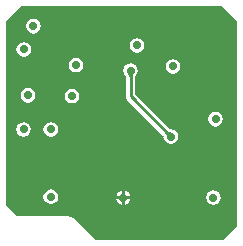
<source format=gbl>
G04*
G04 #@! TF.GenerationSoftware,Altium Limited,Altium Designer,20.1.14 (287)*
G04*
G04 Layer_Physical_Order=4*
G04 Layer_Color=16711680*
%FSLAX25Y25*%
%MOIN*%
G70*
G04*
G04 #@! TF.SameCoordinates,9836355C-B803-4AE6-937A-367240942F31*
G04*
G04*
G04 #@! TF.FilePolarity,Positive*
G04*
G01*
G75*
%ADD43C,0.01000*%
%ADD44C,0.02800*%
G36*
X298600Y454800D02*
Y386500D01*
X293800Y381700D01*
X251496D01*
X244598Y388598D01*
X244598Y388598D01*
X243896Y389137D01*
X243078Y389476D01*
X242200Y389591D01*
X225209D01*
X221391Y393409D01*
X221391Y454695D01*
X226496Y459800D01*
X293600D01*
X298600Y454800D01*
D02*
G37*
%LPC*%
G36*
X230600Y455447D02*
X229664Y455261D01*
X228870Y454730D01*
X228339Y453936D01*
X228153Y453000D01*
X228339Y452064D01*
X228870Y451270D01*
X229664Y450739D01*
X230600Y450553D01*
X231536Y450739D01*
X232330Y451270D01*
X232861Y452064D01*
X233047Y453000D01*
X232861Y453936D01*
X232330Y454730D01*
X231536Y455261D01*
X230600Y455447D01*
D02*
G37*
G36*
X265100Y449047D02*
X264164Y448861D01*
X263370Y448330D01*
X262839Y447536D01*
X262653Y446600D01*
X262839Y445664D01*
X263370Y444870D01*
X264164Y444339D01*
X265100Y444153D01*
X266036Y444339D01*
X266830Y444870D01*
X267361Y445664D01*
X267547Y446600D01*
X267361Y447536D01*
X266830Y448330D01*
X266036Y448861D01*
X265100Y449047D01*
D02*
G37*
G36*
X227400Y447747D02*
X226464Y447561D01*
X225670Y447030D01*
X225139Y446236D01*
X224953Y445300D01*
X225139Y444364D01*
X225670Y443570D01*
X226464Y443039D01*
X227400Y442853D01*
X228336Y443039D01*
X229130Y443570D01*
X229661Y444364D01*
X229847Y445300D01*
X229661Y446236D01*
X229130Y447030D01*
X228336Y447561D01*
X227400Y447747D01*
D02*
G37*
G36*
X244739Y442547D02*
X243803Y442361D01*
X243009Y441830D01*
X242479Y441036D01*
X242292Y440100D01*
X242479Y439164D01*
X243009Y438370D01*
X243803Y437839D01*
X244739Y437653D01*
X245676Y437839D01*
X246470Y438370D01*
X247000Y439164D01*
X247186Y440100D01*
X247000Y441036D01*
X246470Y441830D01*
X245676Y442361D01*
X244739Y442547D01*
D02*
G37*
G36*
X277100Y442047D02*
X276164Y441861D01*
X275370Y441330D01*
X274839Y440536D01*
X274653Y439600D01*
X274839Y438664D01*
X275370Y437870D01*
X276164Y437339D01*
X277100Y437153D01*
X278036Y437339D01*
X278830Y437870D01*
X279361Y438664D01*
X279547Y439600D01*
X279361Y440536D01*
X278830Y441330D01*
X278036Y441861D01*
X277100Y442047D01*
D02*
G37*
G36*
X228800Y432447D02*
X227864Y432261D01*
X227070Y431730D01*
X226539Y430936D01*
X226353Y430000D01*
X226539Y429064D01*
X227070Y428270D01*
X227864Y427739D01*
X228800Y427553D01*
X229736Y427739D01*
X230530Y428270D01*
X231061Y429064D01*
X231247Y430000D01*
X231061Y430936D01*
X230530Y431730D01*
X229736Y432261D01*
X228800Y432447D01*
D02*
G37*
G36*
X243500Y432147D02*
X242564Y431961D01*
X241770Y431430D01*
X241239Y430636D01*
X241053Y429700D01*
X241239Y428764D01*
X241770Y427970D01*
X242564Y427439D01*
X243500Y427253D01*
X244436Y427439D01*
X245230Y427970D01*
X245761Y428764D01*
X245947Y429700D01*
X245761Y430636D01*
X245230Y431430D01*
X244436Y431961D01*
X243500Y432147D01*
D02*
G37*
G36*
X291300Y424447D02*
X290364Y424261D01*
X289570Y423730D01*
X289039Y422936D01*
X288853Y422000D01*
X289039Y421064D01*
X289570Y420270D01*
X290364Y419739D01*
X291300Y419553D01*
X292236Y419739D01*
X293030Y420270D01*
X293561Y421064D01*
X293747Y422000D01*
X293561Y422936D01*
X293030Y423730D01*
X292236Y424261D01*
X291300Y424447D01*
D02*
G37*
G36*
X236400Y421068D02*
X235464Y420881D01*
X234670Y420351D01*
X234139Y419557D01*
X233953Y418621D01*
X234139Y417684D01*
X234670Y416890D01*
X235464Y416360D01*
X236400Y416174D01*
X237336Y416360D01*
X238130Y416890D01*
X238661Y417684D01*
X238847Y418621D01*
X238661Y419557D01*
X238130Y420351D01*
X237336Y420881D01*
X236400Y421068D01*
D02*
G37*
G36*
X227345D02*
X226408Y420881D01*
X225615Y420351D01*
X225084Y419557D01*
X224898Y418621D01*
X225084Y417684D01*
X225615Y416890D01*
X226408Y416360D01*
X227345Y416174D01*
X228281Y416360D01*
X229075Y416890D01*
X229606Y417684D01*
X229792Y418621D01*
X229606Y419557D01*
X229075Y420351D01*
X228281Y420881D01*
X227345Y421068D01*
D02*
G37*
G36*
X263000Y440647D02*
X262064Y440461D01*
X261270Y439930D01*
X260739Y439136D01*
X260553Y438200D01*
X260739Y437264D01*
X261270Y436470D01*
X261364Y436407D01*
X261376Y436392D01*
X261402Y436355D01*
X261422Y436320D01*
X261438Y436284D01*
X261452Y436247D01*
X261463Y436207D01*
X261471Y436169D01*
Y429600D01*
X261587Y429015D01*
X261919Y428519D01*
X273883Y416555D01*
X273904Y416523D01*
X273925Y416486D01*
X273941Y416451D01*
X273955Y416414D01*
X273965Y416374D01*
X273973Y416330D01*
X273975Y416312D01*
X273953Y416200D01*
X274139Y415264D01*
X274670Y414470D01*
X275464Y413939D01*
X276400Y413753D01*
X277336Y413939D01*
X278130Y414470D01*
X278661Y415264D01*
X278847Y416200D01*
X278661Y417136D01*
X278130Y417930D01*
X277336Y418461D01*
X276400Y418647D01*
X276288Y418625D01*
X276270Y418627D01*
X276226Y418635D01*
X276186Y418645D01*
X276150Y418659D01*
X276114Y418675D01*
X276078Y418696D01*
X276045Y418717D01*
X264529Y430233D01*
Y436169D01*
X264537Y436207D01*
X264548Y436247D01*
X264562Y436284D01*
X264578Y436320D01*
X264598Y436355D01*
X264624Y436392D01*
X264636Y436407D01*
X264730Y436470D01*
X265261Y437264D01*
X265447Y438200D01*
X265261Y439136D01*
X264730Y439930D01*
X263936Y440461D01*
X263000Y440647D01*
D02*
G37*
G36*
X261100Y398216D02*
Y396369D01*
X262948D01*
X262861Y396805D01*
X262330Y397599D01*
X261536Y398130D01*
X261100Y398216D01*
D02*
G37*
G36*
X260100D02*
X259664Y398130D01*
X258870Y397599D01*
X258339Y396805D01*
X258252Y396369D01*
X260100D01*
Y398216D01*
D02*
G37*
G36*
X236400Y398627D02*
X235464Y398440D01*
X234670Y397910D01*
X234139Y397116D01*
X233953Y396180D01*
X234139Y395243D01*
X234670Y394449D01*
X235464Y393919D01*
X236400Y393733D01*
X237336Y393919D01*
X238130Y394449D01*
X238661Y395243D01*
X238847Y396180D01*
X238661Y397116D01*
X238130Y397910D01*
X237336Y398440D01*
X236400Y398627D01*
D02*
G37*
G36*
X262948Y395369D02*
X261100D01*
Y393521D01*
X261536Y393608D01*
X262330Y394139D01*
X262861Y394932D01*
X262948Y395369D01*
D02*
G37*
G36*
X260100D02*
X258252D01*
X258339Y394932D01*
X258870Y394139D01*
X259664Y393608D01*
X260100Y393521D01*
Y395369D01*
D02*
G37*
G36*
X290600Y398316D02*
X289664Y398130D01*
X288870Y397599D01*
X288339Y396805D01*
X288153Y395869D01*
X288339Y394932D01*
X288870Y394139D01*
X289664Y393608D01*
X290600Y393422D01*
X291536Y393608D01*
X292330Y394139D01*
X292861Y394932D01*
X293047Y395869D01*
X292861Y396805D01*
X292330Y397599D01*
X291536Y398130D01*
X290600Y398316D01*
D02*
G37*
%LPD*%
G36*
X263889Y437104D02*
X263807Y437004D01*
X263735Y436899D01*
X263673Y436791D01*
X263620Y436678D01*
X263577Y436561D01*
X263543Y436440D01*
X263519Y436315D01*
X263505Y436186D01*
X263500Y436052D01*
X262500D01*
X262495Y436186D01*
X262481Y436315D01*
X262457Y436440D01*
X262423Y436561D01*
X262380Y436678D01*
X262327Y436791D01*
X262265Y436899D01*
X262193Y437004D01*
X262111Y437104D01*
X262020Y437200D01*
X263980D01*
X263889Y437104D01*
D02*
G37*
G36*
X275333Y417981D02*
X275434Y417900D01*
X275540Y417829D01*
X275649Y417767D01*
X275762Y417715D01*
X275879Y417672D01*
X276000Y417640D01*
X276125Y417617D01*
X276254Y417603D01*
X276386Y417600D01*
X275000Y416214D01*
X274997Y416347D01*
X274983Y416475D01*
X274960Y416600D01*
X274928Y416721D01*
X274885Y416838D01*
X274833Y416951D01*
X274771Y417060D01*
X274700Y417166D01*
X274619Y417267D01*
X274528Y417365D01*
X275235Y418072D01*
X275333Y417981D01*
D02*
G37*
D43*
X263000Y429600D02*
X276400Y416200D01*
X263000Y429600D02*
Y438200D01*
D44*
D03*
X276400Y416200D02*
D03*
X277100Y439600D02*
D03*
X265100Y446600D02*
D03*
X230600Y453000D02*
D03*
X228800Y430000D02*
D03*
X236400Y418621D02*
D03*
Y396180D02*
D03*
X227345Y418621D02*
D03*
X227400Y445300D02*
D03*
X243500Y429700D02*
D03*
X244739Y440100D02*
D03*
X291300Y422000D02*
D03*
X290600Y395869D02*
D03*
X260600D02*
D03*
M02*

</source>
